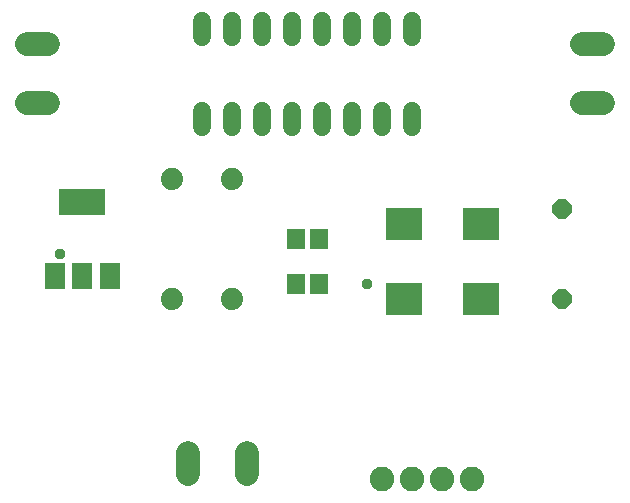
<source format=gbr>
G04 EAGLE Gerber RS-274X export*
G75*
%MOMM*%
%FSLAX34Y34*%
%LPD*%
%INSoldermask Top*%
%IPPOS*%
%AMOC8*
5,1,8,0,0,1.08239X$1,22.5*%
G01*
%ADD10P,1.759533X8X112.500000*%
%ADD11R,3.103200X2.703200*%
%ADD12C,1.879600*%
%ADD13C,1.524000*%
%ADD14R,1.703200X2.203200*%
%ADD15R,4.003200X2.203200*%
%ADD16C,2.082800*%
%ADD17R,1.503200X1.803200*%
%ADD18C,1.993900*%
%ADD19C,0.959600*%


D10*
X520700Y190500D03*
X520700Y266700D03*
D11*
X451600Y190500D03*
X386600Y190500D03*
X451600Y254000D03*
X386600Y254000D03*
D12*
X241300Y292100D03*
X241300Y190500D03*
X190500Y292100D03*
X190500Y190500D03*
D13*
X215900Y336296D02*
X215900Y349504D01*
X241300Y349504D02*
X241300Y336296D01*
X368300Y336296D02*
X368300Y349504D01*
X393700Y349504D02*
X393700Y336296D01*
X266700Y336296D02*
X266700Y349504D01*
X292100Y349504D02*
X292100Y336296D01*
X342900Y336296D02*
X342900Y349504D01*
X317500Y349504D02*
X317500Y336296D01*
X393700Y412496D02*
X393700Y425704D01*
X368300Y425704D02*
X368300Y412496D01*
X342900Y412496D02*
X342900Y425704D01*
X317500Y425704D02*
X317500Y412496D01*
X292100Y412496D02*
X292100Y425704D01*
X266700Y425704D02*
X266700Y412496D01*
X241300Y412496D02*
X241300Y425704D01*
X215900Y425704D02*
X215900Y412496D01*
D14*
X91300Y209800D03*
X114300Y209800D03*
X137300Y209800D03*
D15*
X114300Y272800D03*
D16*
X368300Y38100D03*
X393700Y38100D03*
X419100Y38100D03*
X444500Y38100D03*
D17*
X295300Y203200D03*
X314300Y203200D03*
D18*
X203600Y59754D02*
X203600Y41847D01*
X253600Y41847D02*
X253600Y59754D01*
X537147Y356000D02*
X555054Y356000D01*
X555054Y406000D02*
X537147Y406000D01*
X85154Y406000D02*
X67247Y406000D01*
X67247Y356000D02*
X85154Y356000D01*
D17*
X295300Y241300D03*
X314300Y241300D03*
D19*
X95250Y228600D03*
X355600Y203200D03*
M02*

</source>
